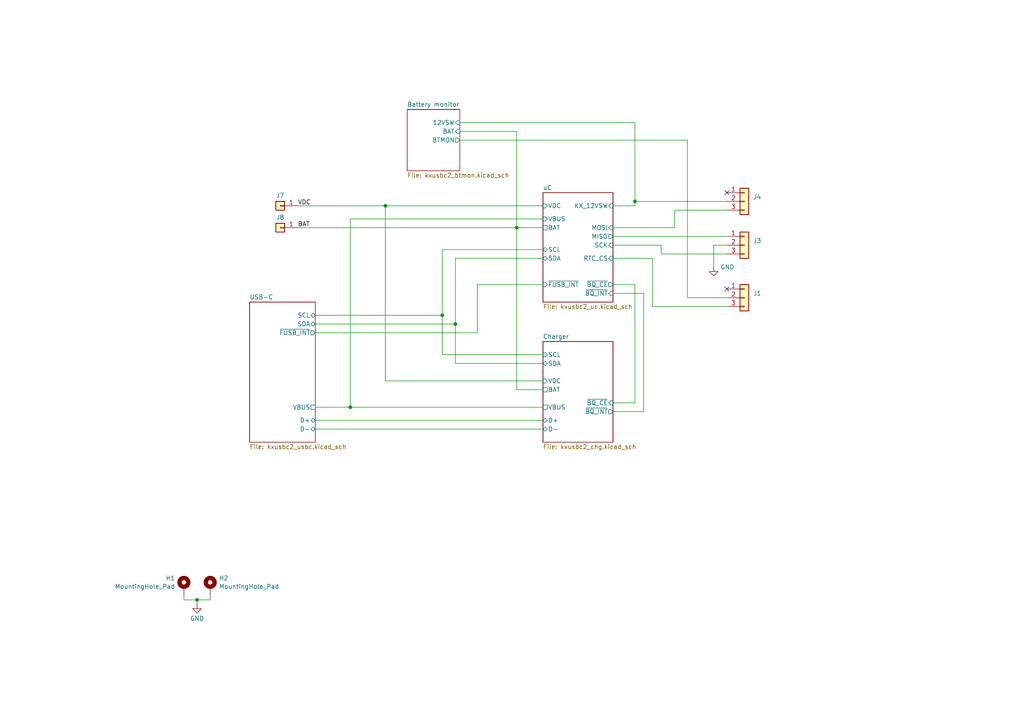
<source format=kicad_sch>
(kicad_sch (version 20250114) (generator "eeschema") (generator_version "9.0")
  (paper "A4")
  (title_block (title "KX2 USB-C battery charger option") (comment 1 "CC BY-SA 4.0") (comment 2 "© 2025 HB9DQM"))
  (lib_symbols
    (symbol "Connector_Generic:Conn_01x01" (pin_names (offset 1.016) (hide yes))
      (property "Reference" "J" (at 0 2.54 0))
      (property "Value" "Conn_01x01" (at 0 -2.54 0))
      (symbol "Conn_01x01_1_1"
        (rectangle (start -1.27 1.27) (end 1.27 -1.27) (stroke (width 0.254)) (fill (type background)))
        (rectangle (start -1.27 0.127) (end 0 -0.127) (stroke (width 0.1524)))
        (pin passive line (at -5.08 0 0) (length 3.81) (name "Pin_1") (number "1"))
      )
    )
    (symbol "Connector_Generic:Conn_01x03" (pin_names (offset 1.016) (hide yes))
      (property "Reference" "J" (at 0 5.08 0))
      (property "Value" "Conn_01x03" (at 0 -5.08 0))
      (symbol "Conn_01x03_1_1"
        (rectangle (start -1.27 3.81) (end 1.27 -3.81) (stroke (width 0.254)) (fill (type background)))
        (rectangle (start -1.27 2.667) (end 0 2.413) (stroke (width 0.1524)))
        (rectangle (start -1.27 0.127) (end 0 -0.127) (stroke (width 0.1524)))
        (rectangle (start -1.27 -2.413) (end 0 -2.667) (stroke (width 0.1524)))
        (pin passive line (at -5.08 2.54 0) (length 3.81) (name "Pin_1") (number "1"))
        (pin passive line (at -5.08 0 0) (length 3.81) (name "Pin_2") (number "2"))
        (pin passive line (at -5.08 -2.54 0) (length 3.81) (name "Pin_3") (number "3"))
      )
    )
    (symbol "Mechanical:MountingHole_Pad" (pin_numbers (hide yes)) (pin_names (offset 1.016) (hide yes)) (in_bom no)
      (property "Reference" "H" (at 0 6.35 0))
      (property "Value" "MountingHole_Pad" (at 0 4.445 0))
      (symbol "MountingHole_Pad_0_1"
        (circle (center 0 1.27) (radius 1.27) (stroke (width 1.27)))
      )
      (symbol "MountingHole_Pad_1_1"
        (pin input line (at 0 -2.54 90) (length 2.54) (name "1") (number "1"))
      )
    )
    (symbol "power:GND" (power) (pin_numbers (hide yes)) (pin_names (offset 0) (hide yes))
      (property "Value" "GND" (at 0 -3.81 0))
      (symbol "GND_0_1"
        (polyline (pts (xy 0 0) (xy 0 -1.27) (xy 1.27 -1.27) (xy 0 -2.54) (xy -1.27 -1.27) (xy 0 -1.27)))
      )
      (symbol "GND_1_1"
        (pin power_in line (at 0 0 270) (length 0) (name "~") (number "1"))
      )
    )
  )
  (junction (at 128.27 91.44))
  (junction (at 111.76 59.69))
  (junction (at 184.15 58.42))
  (junction (at 57.15 173.99))
  (junction (at 149.86 66.04))
  (junction (at 132.08 93.98))
  (junction (at 101.6 118.11))
  (no_connect (at 210.82 55.88))
  (no_connect (at 210.82 83.82))
  (wire (pts (xy 149.86 66.04) (xy 149.86 113.03)))
  (wire (pts (xy 138.43 96.52) (xy 138.43 82.55)))
  (wire (pts (xy 157.48 59.69) (xy 111.76 59.69)))
  (wire (pts (xy 184.15 58.42) (xy 210.82 58.42)))
  (wire (pts (xy 138.43 82.55) (xy 157.48 82.55)))
  (wire (pts (xy 177.8 74.93) (xy 189.23 74.93)))
  (wire (pts (xy 177.8 85.09) (xy 186.69 85.09)))
  (wire (pts (xy 195.58 66.04) (xy 177.8 66.04)))
  (wire (pts (xy 157.48 66.04) (xy 149.86 66.04)))
  (wire (pts (xy 199.39 86.36) (xy 210.82 86.36)))
  (wire (pts (xy 199.39 40.64) (xy 199.39 86.36)))
  (wire (pts (xy 132.08 93.98) (xy 132.08 74.93)))
  (wire (pts (xy 91.44 96.52) (xy 138.43 96.52)))
  (wire (pts (xy 189.23 88.9) (xy 210.82 88.9)))
  (wire (pts (xy 210.82 60.96) (xy 195.58 60.96)))
  (wire (pts (xy 207.01 71.12) (xy 207.01 77.47)))
  (wire (pts (xy 132.08 105.41) (xy 132.08 93.98)))
  (wire (pts (xy 177.8 68.58) (xy 210.82 68.58)))
  (wire (pts (xy 191.77 73.66) (xy 191.77 71.12)))
  (wire (pts (xy 86.36 59.69) (xy 111.76 59.69)))
  (wire (pts (xy 128.27 102.87) (xy 128.27 91.44)))
  (wire (pts (xy 91.44 121.92) (xy 157.48 121.92)))
  (wire (pts (xy 132.08 74.93) (xy 157.48 74.93)))
  (wire (pts (xy 128.27 91.44) (xy 128.27 72.39)))
  (wire (pts (xy 184.15 35.56) (xy 184.15 58.42)))
  (wire (pts (xy 210.82 73.66) (xy 191.77 73.66)))
  (wire (pts (xy 184.15 116.84) (xy 177.8 116.84)))
  (wire (pts (xy 149.86 38.1) (xy 149.86 66.04)))
  (wire (pts (xy 195.58 60.96) (xy 195.58 66.04)))
  (wire (pts (xy 157.48 63.5) (xy 101.6 63.5)))
  (wire (pts (xy 91.44 91.44) (xy 128.27 91.44)))
  (wire (pts (xy 91.44 124.46) (xy 157.48 124.46)))
  (wire (pts (xy 133.35 40.64) (xy 199.39 40.64)))
  (wire (pts (xy 177.8 71.12) (xy 191.77 71.12)))
  (wire (pts (xy 86.36 66.04) (xy 149.86 66.04)))
  (wire (pts (xy 177.8 82.55) (xy 184.15 82.55)))
  (wire (pts (xy 186.69 85.09) (xy 186.69 119.38)))
  (wire (pts (xy 157.48 105.41) (xy 132.08 105.41)))
  (wire (pts (xy 91.44 93.98) (xy 132.08 93.98)))
  (wire (pts (xy 133.35 35.56) (xy 184.15 35.56)))
  (wire (pts (xy 177.8 59.69) (xy 184.15 59.69)))
  (wire (pts (xy 128.27 72.39) (xy 157.48 72.39)))
  (wire (pts (xy 189.23 74.93) (xy 189.23 88.9)))
  (wire (pts (xy 210.82 71.12) (xy 207.01 71.12)))
  (wire (pts (xy 184.15 58.42) (xy 184.15 59.69)))
  (wire (pts (xy 186.69 119.38) (xy 177.8 119.38)))
  (wire (pts (xy 91.44 118.11) (xy 101.6 118.11)))
  (wire (pts (xy 157.48 110.49) (xy 111.76 110.49)))
  (wire (pts (xy 133.35 38.1) (xy 149.86 38.1)))
  (wire (pts (xy 53.34 172.72) (xy 53.34 173.99)))
  (wire (pts (xy 111.76 110.49) (xy 111.76 59.69)))
  (wire (pts (xy 60.96 173.99) (xy 57.15 173.99)))
  (wire (pts (xy 57.15 173.99) (xy 57.15 175.26)))
  (wire (pts (xy 149.86 113.03) (xy 157.48 113.03)))
  (wire (pts (xy 101.6 118.11) (xy 157.48 118.11)))
  (wire (pts (xy 53.34 173.99) (xy 57.15 173.99)))
  (wire (pts (xy 101.6 63.5) (xy 101.6 118.11)))
  (wire (pts (xy 157.48 102.87) (xy 128.27 102.87)))
  (wire (pts (xy 184.15 82.55) (xy 184.15 116.84)))
  (wire (pts (xy 60.96 172.72) (xy 60.96 173.99)))
  (label "BAT" (at 86.36 66.04 0))
  (label "VDC" (at 86.36 59.69 0))
  (symbol (lib_id "Connector_Generic:Conn_01x03") (at 215.9 86.36 0) (unit 1)
    (property "Reference" "J1" (at 218.44 85.0899 0) (effects (justify left)))
    (property "Value" "Conn_01x03" (effects (hide yes)))
    (property "Footprint" "2307727:TE_1-2307727-3" (effects (hide yes)))
    (property "Description" "Generic connector, single row, 01x03, script generated (kicad-library-utils/schlib/autogen/connector/)" (effects (hide yes)))
    (property "LCSC" "C3322456" (effects (hide yes)))
  )
  (symbol (lib_id "Connector_Generic:Conn_01x01") (at 81.28 59.69 180) (unit 1) (in_bom no)
    (property "Reference" "J7" (at 81.28 56.6999 0))
    (property "Value" "Conn_01x01" (effects (hide yes)))
    (property "Footprint" "Connector_Wire:SolderWire-0.5sqmm_1x01_D0.9mm_OD2.3mm" (effects (hide yes)))
    (property "Description" "Generic connector, single row, 01x01, script generated (kicad-library-utils/schlib/autogen/connector/)" (effects (hide yes)))
  )
  (symbol (lib_id "Mechanical:MountingHole_Pad") (at 53.34 170.18 0) (unit 1)
    (property "Reference" "H1" (at 50.8 167.6978 0) (effects (justify right)))
    (property "Value" "MountingHole_Pad" (at 50.8 170.1221 0) (effects (justify right)))
    (property "Footprint" "Wuerth_9774030151_HS:Wuerth_9774030151_HS" (effects (hide yes)))
    (property "Description" "with solder pad on bottom for hand soldering" (effects (hide yes)))
    (property "LCSC" "C5373032" (effects (hide yes)))
  )
  (symbol (lib_id "Connector_Generic:Conn_01x03") (at 215.9 71.12 0) (unit 1)
    (property "Reference" "J3" (at 218.44 69.8499 0) (effects (justify left)))
    (property "Value" "Conn_01x03" (effects (hide yes)))
    (property "Footprint" "2307727:TE_1-2307727-3" (effects (hide yes)))
    (property "Description" "Generic connector, single row, 01x03, script generated (kicad-library-utils/schlib/autogen/connector/)" (effects (hide yes)))
    (property "LCSC" "C3322456" (effects (hide yes)))
  )
  (symbol (lib_id "power:GND") (at 207.01 77.47 0) (unit 1)
    (property "Reference" "#PWR027" (effects (hide yes)))
    (property "Value" "GND" (at 208.915 77.47 0) (effects (justify left)))
    (property "Description" "Power symbol creates a global label with name \"GND\" , ground" (effects (hide yes)))
  )
  (symbol (lib_id "Connector_Generic:Conn_01x01") (at 81.28 66.04 180) (unit 1) (in_bom no)
    (property "Reference" "J8" (at 81.28 63.0499 0))
    (property "Value" "Conn_01x01" (effects (hide yes)))
    (property "Footprint" "Connector_Wire:SolderWire-0.5sqmm_1x01_D0.9mm_OD2.3mm" (effects (hide yes)))
    (property "Description" "Generic connector, single row, 01x01, script generated (kicad-library-utils/schlib/autogen/connector/)" (effects (hide yes)))
  )
  (symbol (lib_id "power:GND") (at 57.15 175.26 0) (unit 1)
    (property "Reference" "#PWR024" (effects (hide yes)))
    (property "Value" "GND" (at 57.15 179.3931 0))
    (property "Description" "Power symbol creates a global label with name \"GND\" , ground" (effects (hide yes)))
  )
  (symbol (lib_id "Mechanical:MountingHole_Pad") (at 60.96 170.18 0) (unit 1)
    (property "Reference" "H2" (at 63.5 167.6978 0) (effects (justify left)))
    (property "Value" "MountingHole_Pad" (at 63.5 170.1221 0) (effects (justify left)))
    (property "Footprint" "Wuerth_9774030151_HS:Wuerth_9774030151_HS" (effects (hide yes)))
    (property "Description" "with solder pad on bottom for hand soldering" (effects (hide yes)))
  )
  (symbol (lib_id "Connector_Generic:Conn_01x03") (at 215.9 58.42 0) (unit 1)
    (property "Reference" "J4" (at 218.44 57.1499 0) (effects (justify left)))
    (property "Value" "Conn_01x03" (effects (hide yes)))
    (property "Footprint" "2307727:TE_1-2307727-3" (effects (hide yes)))
    (property "Description" "Generic connector, single row, 01x03, script generated (kicad-library-utils/schlib/autogen/connector/)" (effects (hide yes)))
    (property "LCSC" "C3322456" (effects (hide yes)))
  )
  (sheet (at 157.48 99.06) (size 20.32 29.21) (stroke (width 0.1524))
    (property "Sheetname" "Charger" (at 157.48 98.3484 0) (effects (justify left bottom)))
    (property "Sheetfile" "kxusbc2_chg.kicad_sch" (at 157.48 128.8546 0) (effects (justify left top)))
    (pin "D+" bidirectional (at 157.48 121.92 180))
    (pin "D-" bidirectional (at 157.48 124.46 180))
    (pin "SCL" input (at 157.48 102.87 180))
    (pin "SDA" bidirectional (at 157.48 105.41 180))
    (pin "VBUS" passive (at 157.48 118.11 180))
    (pin "~{BQ_CE}" input (at 177.8 116.84 0))
    (pin "~{BQ_INT}" output (at 177.8 119.38 0))
    (pin "BAT" passive (at 157.48 113.03 180))
    (pin "VDC" input (at 157.48 110.49 180))
  )
  (sheet (at 157.48 55.88) (size 20.32 31.75) (stroke (width 0.1524))
    (property "Sheetname" "uC" (at 157.48 55.1684 0) (effects (justify left bottom)))
    (property "Sheetfile" "kxusbc2_uc.kicad_sch" (at 157.48 88.2146 0) (effects (justify left top)))
    (pin "BAT" passive (at 157.48 66.04 180))
    (pin "SCL" bidirectional (at 157.48 72.39 180))
    (pin "SDA" bidirectional (at 157.48 74.93 180))
    (pin "~{BQ_CE}" output (at 177.8 82.55 0))
    (pin "~{BQ_INT}" input (at 177.8 85.09 0))
    (pin "~{FUSB_INT}" input (at 157.48 82.55 180))
    (pin "KX_12VSW" input (at 177.8 59.69 0))
    (pin "MISO" output (at 177.8 68.58 0))
    (pin "MOSI" input (at 177.8 66.04 0))
    (pin "RTC_CS" input (at 177.8 74.93 0))
    (pin "SCK" input (at 177.8 71.12 0))
    (pin "VBUS" input (at 157.48 63.5 180))
    (pin "VDC" input (at 157.48 59.69 180))
  )
  (sheet (at 118.11 31.75) (size 15.24 17.78) (stroke (width 0.1524))
    (property "Sheetname" "Battery monitor" (at 118.11 31.0384 0) (effects (justify left bottom)))
    (property "Sheetfile" "kxusbc2_btmon.kicad_sch" (at 118.11 50.1146 0) (effects (justify left top)))
    (pin "12VSW" input (at 133.35 35.56 0))
    (pin "BAT" input (at 133.35 38.1 0))
    (pin "BTMON" output (at 133.35 40.64 0))
  )
  (sheet (at 72.39 87.63) (size 19.05 40.64) (stroke (width 0.1524))
    (property "Sheetname" "USB-C" (at 72.39 86.9184 0) (effects (justify left bottom)))
    (property "Sheetfile" "kxusbc2_usbc.kicad_sch" (at 72.39 128.8546 0) (effects (justify left top)))
    (pin "D+" bidirectional (at 91.44 121.92 0))
    (pin "D-" bidirectional (at 91.44 124.46 0))
    (pin "SCL" bidirectional (at 91.44 91.44 0))
    (pin "SDA" bidirectional (at 91.44 93.98 0))
    (pin "VBUS" passive (at 91.44 118.11 0))
    (pin "~{FUSB_INT}" output (at 91.44 96.52 0))
  )
)
</source>
